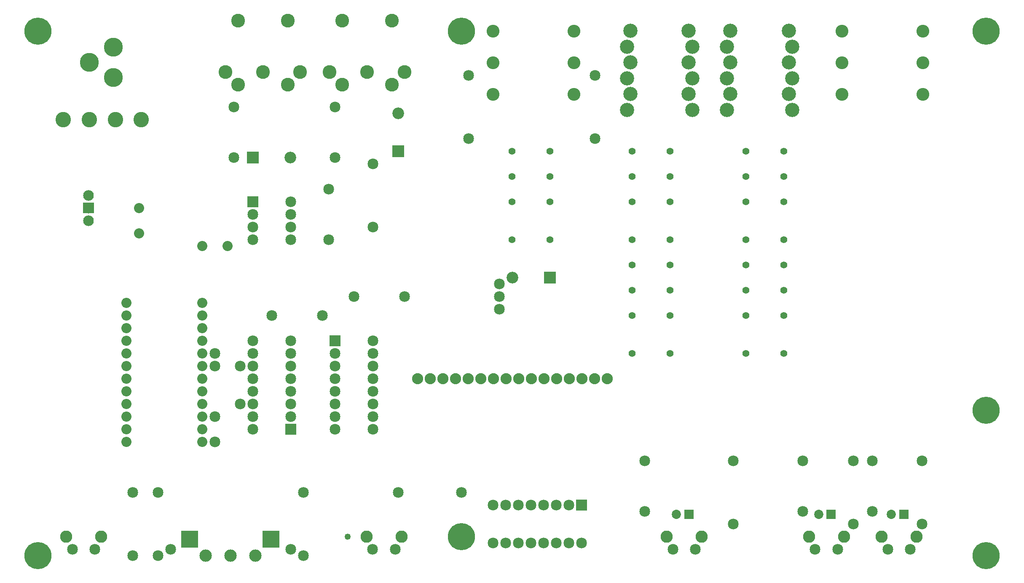
<source format=gts>
G04 MADE WITH FRITZING*
G04 WWW.FRITZING.ORG*
G04 DOUBLE SIDED*
G04 HOLES PLATED*
G04 CONTOUR ON CENTER OF CONTOUR VECTOR*
%ASAXBY*%
%FSLAX23Y23*%
%MOIN*%
%OFA0B0*%
%SFA1.0B1.0*%
%ADD10C,0.085000*%
%ADD11C,0.049370*%
%ADD12C,0.080361*%
%ADD13C,0.088000*%
%ADD14C,0.122000*%
%ADD15C,0.084000*%
%ADD16C,0.080000*%
%ADD17C,0.214725*%
%ADD18C,0.092000*%
%ADD19C,0.112362*%
%ADD20C,0.101417*%
%ADD21C,0.055000*%
%ADD22C,0.150000*%
%ADD23C,0.109060*%
%ADD24C,0.097000*%
%ADD25C,0.098000*%
%ADD26C,0.133000*%
%ADD27C,0.072992*%
%ADD28R,0.085000X0.085000*%
%ADD29R,0.092000X0.092000*%
%ADD30R,0.133000X0.133000*%
%ADD31R,0.072992X0.072992*%
%ADD32R,0.001000X0.001000*%
%LNMASK1*%
G90*
G70*
G54D10*
X1573Y1690D03*
X1773Y1690D03*
X1573Y1790D03*
X1773Y1390D03*
X1573Y1090D03*
X1223Y240D03*
X1573Y1290D03*
X2173Y240D03*
G54D11*
X2623Y340D03*
G54D10*
X4473Y590D03*
X4473Y290D03*
X4373Y590D03*
X4373Y290D03*
X4273Y590D03*
X4273Y290D03*
X4173Y590D03*
X4173Y290D03*
X4073Y590D03*
X4073Y290D03*
X3973Y590D03*
X3973Y290D03*
X3873Y590D03*
X3873Y290D03*
X3773Y590D03*
X3773Y290D03*
X2023Y2090D03*
X2423Y2090D03*
G54D12*
X873Y2190D03*
X873Y2090D03*
X873Y1990D03*
X873Y1890D03*
X873Y1790D03*
X873Y1690D03*
X873Y1590D03*
X873Y1490D03*
X873Y1390D03*
X873Y1290D03*
X873Y1190D03*
X873Y1090D03*
X1473Y2190D03*
X1473Y2090D03*
X1473Y1990D03*
X1473Y1890D03*
X1473Y1790D03*
X1473Y1690D03*
X1473Y1590D03*
X1473Y1490D03*
X1473Y1390D03*
X1473Y1290D03*
X1473Y1190D03*
X1473Y1090D03*
G54D13*
X4475Y1590D03*
X4375Y1590D03*
X4275Y1590D03*
X4175Y1590D03*
X4075Y1590D03*
X3975Y1590D03*
X3875Y1590D03*
X3775Y1590D03*
X3675Y1590D03*
X3575Y1590D03*
X3475Y1590D03*
X3375Y1590D03*
X3275Y1590D03*
X3175Y1590D03*
X4675Y1590D03*
X4575Y1590D03*
G54D10*
X2173Y1190D03*
X1873Y1190D03*
X2173Y1290D03*
X1873Y1290D03*
X2173Y1390D03*
X1873Y1390D03*
X2173Y1490D03*
X1873Y1490D03*
X2173Y1590D03*
X1873Y1590D03*
X2173Y1690D03*
X1873Y1690D03*
X2173Y1790D03*
X1873Y1790D03*
X2173Y1890D03*
X1873Y1890D03*
X2523Y1890D03*
X2823Y1890D03*
X2523Y1790D03*
X2823Y1790D03*
X2523Y1690D03*
X2823Y1690D03*
X2523Y1590D03*
X2823Y1590D03*
X2523Y1490D03*
X2823Y1490D03*
X2523Y1390D03*
X2823Y1390D03*
X2523Y1290D03*
X2823Y1290D03*
X2523Y1190D03*
X2823Y1190D03*
X6623Y940D03*
X6623Y440D03*
G54D14*
X373Y3640D03*
X579Y3640D03*
X785Y3640D03*
X991Y3640D03*
X373Y3640D03*
X579Y3640D03*
X785Y3640D03*
X991Y3640D03*
G54D15*
X573Y2840D03*
X573Y2940D03*
X573Y3040D03*
X573Y2840D03*
X573Y2940D03*
X573Y3040D03*
G54D16*
X1473Y2640D03*
X1673Y2640D03*
X973Y2940D03*
X973Y2740D03*
G54D17*
X3523Y4340D03*
G54D18*
X3023Y3390D03*
X3023Y3688D03*
G54D19*
X4860Y4343D03*
X4860Y4093D03*
X4860Y3843D03*
X5321Y4343D03*
X5321Y4093D03*
X5321Y3843D03*
X4833Y4215D03*
X4833Y3965D03*
X4833Y3715D03*
X5348Y4215D03*
X5348Y3965D03*
X5348Y3715D03*
G54D20*
X3773Y4340D03*
X4413Y4340D03*
X3773Y4090D03*
X4413Y4090D03*
X3773Y3840D03*
X4413Y3840D03*
G54D21*
X5173Y2990D03*
X4873Y3390D03*
X4873Y3190D03*
X4873Y2990D03*
X4873Y2690D03*
X5173Y2690D03*
X5173Y3190D03*
X5173Y3390D03*
X5173Y2090D03*
X4873Y2490D03*
X4873Y2290D03*
X4873Y2090D03*
X4873Y1790D03*
X5173Y1790D03*
X5173Y2290D03*
X5173Y2490D03*
X4223Y2990D03*
X3923Y3390D03*
X3923Y3190D03*
X3923Y2990D03*
X3923Y2690D03*
X4223Y2690D03*
X4223Y3190D03*
X4223Y3390D03*
G54D10*
X1723Y3740D03*
X1723Y3340D03*
G54D18*
X1873Y3340D03*
X2171Y3340D03*
G54D10*
X2823Y3290D03*
X2823Y2790D03*
X2473Y2690D03*
X2473Y3090D03*
X2523Y3740D03*
X2523Y3340D03*
G54D22*
X770Y3973D03*
X770Y4213D03*
X580Y4093D03*
G54D10*
X1873Y2990D03*
X2173Y2990D03*
X1873Y2890D03*
X2173Y2890D03*
X1873Y2790D03*
X2173Y2790D03*
X1873Y2690D03*
X2173Y2690D03*
G54D23*
X3072Y4017D03*
X2973Y3915D03*
X2777Y4017D03*
X2580Y3915D03*
X2481Y4017D03*
X2973Y4422D03*
X2580Y4422D03*
X2247Y4017D03*
X2148Y3915D03*
X1952Y4017D03*
X1755Y3915D03*
X1656Y4017D03*
X2148Y4422D03*
X1755Y4422D03*
G54D10*
X3581Y3490D03*
X3581Y3990D03*
X4581Y3490D03*
X4581Y3990D03*
X3823Y2340D03*
X3823Y2240D03*
X3823Y2140D03*
X2673Y2240D03*
X3073Y2240D03*
G54D18*
X4223Y2390D03*
X3925Y2390D03*
G54D17*
X173Y4340D03*
X173Y190D03*
X7673Y190D03*
X7673Y1340D03*
X7673Y4340D03*
G54D19*
X5651Y4343D03*
X5651Y4093D03*
X5651Y3843D03*
X6112Y4343D03*
X6112Y4093D03*
X6112Y3843D03*
X5623Y4215D03*
X5623Y3965D03*
X5623Y3715D03*
X6139Y4215D03*
X6139Y3965D03*
X6139Y3715D03*
G54D20*
X6534Y4340D03*
X7173Y4340D03*
X6534Y4090D03*
X7173Y4090D03*
X6534Y3840D03*
X7173Y3840D03*
G54D21*
X6073Y2990D03*
X5773Y3390D03*
X5773Y3190D03*
X5773Y2990D03*
X5773Y2690D03*
X6073Y2690D03*
X6073Y3190D03*
X6073Y3390D03*
X6073Y2090D03*
X5773Y2490D03*
X5773Y2290D03*
X5773Y2090D03*
X5773Y1790D03*
X6073Y1790D03*
X6073Y2290D03*
X6073Y2490D03*
G54D17*
X3523Y340D03*
G54D10*
X2998Y240D03*
X2821Y240D03*
G54D24*
X3048Y339D03*
X2772Y339D03*
G54D25*
X1498Y190D03*
X1695Y190D03*
X1892Y190D03*
G54D26*
X1374Y321D03*
X2016Y321D03*
G54D10*
X623Y240D03*
X446Y240D03*
G54D24*
X673Y339D03*
X397Y339D03*
G54D10*
X1123Y190D03*
X1123Y690D03*
X2273Y190D03*
X2273Y690D03*
X3523Y690D03*
X3023Y690D03*
X923Y190D03*
X923Y690D03*
X6498Y240D03*
X6321Y240D03*
G54D24*
X6548Y339D03*
X6272Y339D03*
G54D10*
X7073Y240D03*
X6896Y240D03*
G54D24*
X7123Y339D03*
X6847Y339D03*
G54D27*
X6447Y515D03*
X6348Y515D03*
X7022Y515D03*
X6923Y515D03*
G54D10*
X6773Y940D03*
X6773Y540D03*
X6223Y940D03*
X6223Y540D03*
X7165Y940D03*
X7165Y440D03*
X5373Y240D03*
X5196Y240D03*
G54D24*
X5423Y339D03*
X5147Y339D03*
G54D27*
X5322Y515D03*
X5223Y515D03*
G54D10*
X4973Y940D03*
X4973Y540D03*
X5673Y440D03*
X5673Y940D03*
G54D28*
X4473Y590D03*
X2173Y1190D03*
X2523Y1890D03*
G54D29*
X3023Y3389D03*
X1872Y3340D03*
G54D28*
X1873Y2990D03*
G54D29*
X4224Y2390D03*
G54D30*
X1374Y321D03*
X2016Y321D03*
G54D31*
X6447Y515D03*
X7022Y515D03*
X5322Y515D03*
G54D32*
X531Y2982D02*
X614Y2982D01*
X531Y2981D02*
X614Y2981D01*
X531Y2980D02*
X614Y2980D01*
X531Y2979D02*
X614Y2979D01*
X531Y2978D02*
X614Y2978D01*
X531Y2977D02*
X614Y2977D01*
X531Y2976D02*
X614Y2976D01*
X531Y2975D02*
X614Y2975D01*
X531Y2974D02*
X614Y2974D01*
X531Y2973D02*
X614Y2973D01*
X531Y2972D02*
X614Y2972D01*
X531Y2971D02*
X614Y2971D01*
X531Y2970D02*
X614Y2970D01*
X531Y2969D02*
X614Y2969D01*
X531Y2968D02*
X614Y2968D01*
X531Y2967D02*
X614Y2967D01*
X531Y2966D02*
X614Y2966D01*
X531Y2965D02*
X614Y2965D01*
X531Y2964D02*
X614Y2964D01*
X531Y2963D02*
X614Y2963D01*
X531Y2962D02*
X614Y2962D01*
X531Y2961D02*
X614Y2961D01*
X531Y2960D02*
X614Y2960D01*
X531Y2959D02*
X614Y2959D01*
X531Y2958D02*
X614Y2958D01*
X531Y2957D02*
X614Y2957D01*
X531Y2956D02*
X614Y2956D01*
X531Y2955D02*
X570Y2955D01*
X576Y2955D02*
X614Y2955D01*
X531Y2954D02*
X566Y2954D01*
X580Y2954D02*
X614Y2954D01*
X531Y2953D02*
X565Y2953D01*
X581Y2953D02*
X614Y2953D01*
X531Y2952D02*
X563Y2952D01*
X583Y2952D02*
X614Y2952D01*
X531Y2951D02*
X562Y2951D01*
X584Y2951D02*
X614Y2951D01*
X531Y2950D02*
X561Y2950D01*
X585Y2950D02*
X614Y2950D01*
X531Y2949D02*
X560Y2949D01*
X585Y2949D02*
X614Y2949D01*
X531Y2948D02*
X560Y2948D01*
X586Y2948D02*
X614Y2948D01*
X531Y2947D02*
X559Y2947D01*
X587Y2947D02*
X614Y2947D01*
X531Y2946D02*
X559Y2946D01*
X587Y2946D02*
X614Y2946D01*
X531Y2945D02*
X558Y2945D01*
X587Y2945D02*
X614Y2945D01*
X531Y2944D02*
X558Y2944D01*
X588Y2944D02*
X614Y2944D01*
X531Y2943D02*
X558Y2943D01*
X588Y2943D02*
X614Y2943D01*
X531Y2942D02*
X558Y2942D01*
X588Y2942D02*
X614Y2942D01*
X531Y2941D02*
X558Y2941D01*
X588Y2941D02*
X614Y2941D01*
X531Y2940D02*
X558Y2940D01*
X588Y2940D02*
X614Y2940D01*
X531Y2939D02*
X558Y2939D01*
X588Y2939D02*
X614Y2939D01*
X531Y2938D02*
X558Y2938D01*
X588Y2938D02*
X614Y2938D01*
X531Y2937D02*
X558Y2937D01*
X588Y2937D02*
X614Y2937D01*
X531Y2936D02*
X558Y2936D01*
X587Y2936D02*
X614Y2936D01*
X531Y2935D02*
X559Y2935D01*
X587Y2935D02*
X614Y2935D01*
X531Y2934D02*
X559Y2934D01*
X587Y2934D02*
X614Y2934D01*
X531Y2933D02*
X560Y2933D01*
X586Y2933D02*
X614Y2933D01*
X531Y2932D02*
X561Y2932D01*
X585Y2932D02*
X614Y2932D01*
X531Y2931D02*
X561Y2931D01*
X585Y2931D02*
X614Y2931D01*
X531Y2930D02*
X562Y2930D01*
X584Y2930D02*
X614Y2930D01*
X531Y2929D02*
X563Y2929D01*
X582Y2929D02*
X614Y2929D01*
X531Y2928D02*
X565Y2928D01*
X581Y2928D02*
X614Y2928D01*
X531Y2927D02*
X567Y2927D01*
X579Y2927D02*
X614Y2927D01*
X531Y2926D02*
X571Y2926D01*
X575Y2926D02*
X614Y2926D01*
X531Y2925D02*
X614Y2925D01*
X531Y2924D02*
X614Y2924D01*
X531Y2923D02*
X614Y2923D01*
X531Y2922D02*
X614Y2922D01*
X531Y2921D02*
X614Y2921D01*
X531Y2920D02*
X614Y2920D01*
X531Y2919D02*
X614Y2919D01*
X531Y2918D02*
X614Y2918D01*
X531Y2917D02*
X614Y2917D01*
X531Y2916D02*
X614Y2916D01*
X531Y2915D02*
X614Y2915D01*
X531Y2914D02*
X614Y2914D01*
X531Y2913D02*
X614Y2913D01*
X531Y2912D02*
X614Y2912D01*
X531Y2911D02*
X614Y2911D01*
X531Y2910D02*
X614Y2910D01*
X531Y2909D02*
X614Y2909D01*
X531Y2908D02*
X614Y2908D01*
X531Y2907D02*
X614Y2907D01*
X531Y2906D02*
X614Y2906D01*
X531Y2905D02*
X614Y2905D01*
X531Y2904D02*
X614Y2904D01*
X531Y2903D02*
X614Y2903D01*
X531Y2902D02*
X614Y2902D01*
X531Y2901D02*
X614Y2901D01*
X531Y2900D02*
X614Y2900D01*
X531Y2899D02*
X614Y2899D01*
D02*
G04 End of Mask1*
M02*
</source>
